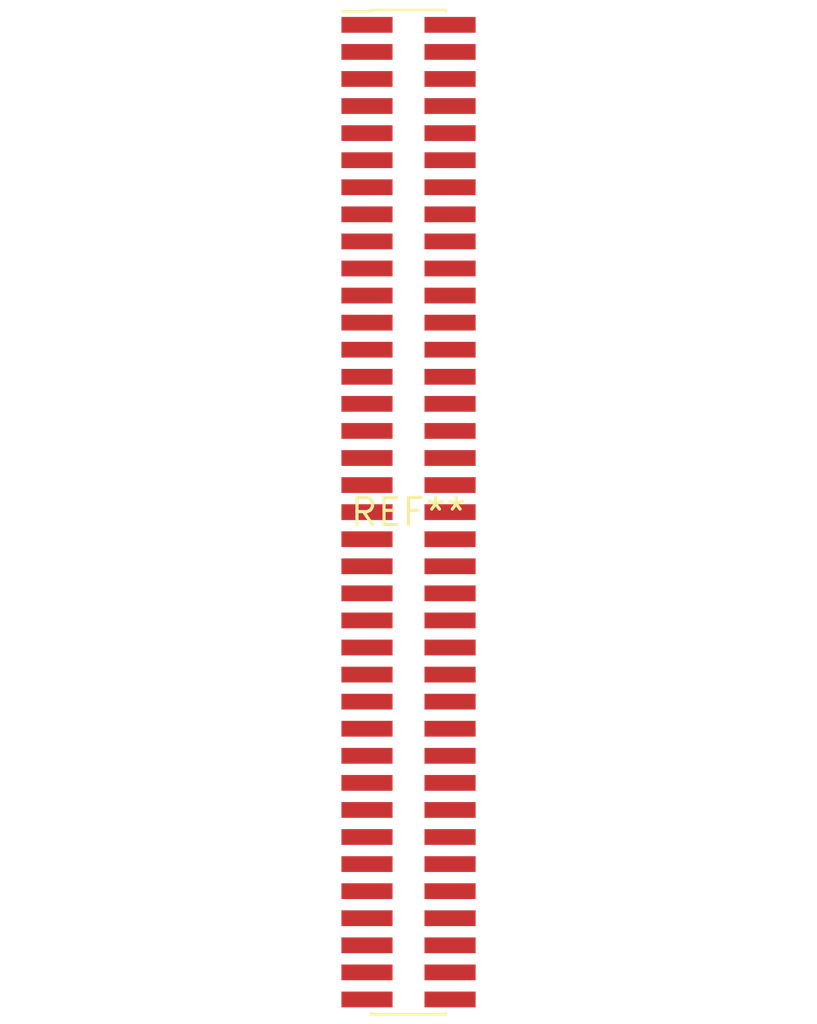
<source format=kicad_pcb>
(kicad_pcb (version 20240108) (generator pcbnew)
  (layers (0 "F.Cu" signal) (31 "B.Cu" signal) (34 "B.Paste" user) (35 "F.Paste" user) (36 "B.SilkS" user "B.Silkscreen") (37 "F.SilkS" user "F.Silkscreen") (38 "B.Mask" user) (39 "F.Mask" user) (44 "Edge.Cuts" user))
  (net 0 "")
  (footprint "PinHeader_2x37_P1.27mm_Vertical_SMD" (layer "F.Cu") (at 0 0)
    (property "Reference" "REF**")
    (property "Value" "PinHeader_2x37_P1.27mm_Vertical_SMD")
    (fp_line (start -3.09 -23.49) (end -1.765 -23.49) (layer "F.SilkS") (stroke (width 0.12)))
    (fp_line (start -1.765 -23.555) (end -1.765 -23.49) (layer "F.SilkS") (stroke (width 0.12)))
    (fp_line (start -1.765 -23.555) (end 1.765 -23.555) (layer "F.SilkS") (stroke (width 0.12)))
    (fp_line (start -1.765 23.49) (end -1.765 23.555) (layer "F.SilkS") (stroke (width 0.12)))
    (fp_line (start -1.765 23.555) (end 1.765 23.555) (layer "F.SilkS") (stroke (width 0.12)))
    (fp_line (start 1.765 -23.555) (end 1.765 -23.49) (layer "F.SilkS") (stroke (width 0.12)))
    (fp_line (start 1.765 23.49) (end 1.765 23.555) (layer "F.SilkS") (stroke (width 0.12)))
    (pad "1" smd rect (at -1.95 -22.86) (size 2.4 0.74) (layers "F.Cu" "F.Paste" "F.Mask"))
    (pad "2" smd rect (at 1.95 -22.86) (size 2.4 0.74) (layers "F.Cu" "F.Paste" "F.Mask"))
    (pad "3" smd rect (at -1.95 -21.59) (size 2.4 0.74) (layers "F.Cu" "F.Paste" "F.Mask"))
    (pad "4" smd rect (at 1.95 -21.59) (size 2.4 0.74) (layers "F.Cu" "F.Paste" "F.Mask"))
    (pad "5" smd rect (at -1.95 -20.32) (size 2.4 0.74) (layers "F.Cu" "F.Paste" "F.Mask"))
    (pad "6" smd rect (at 1.95 -20.32) (size 2.4 0.74) (layers "F.Cu" "F.Paste" "F.Mask"))
    (pad "7" smd rect (at -1.95 -19.05) (size 2.4 0.74) (layers "F.Cu" "F.Paste" "F.Mask"))
    (pad "8" smd rect (at 1.95 -19.05) (size 2.4 0.74) (layers "F.Cu" "F.Paste" "F.Mask"))
    (pad "9" smd rect (at -1.95 -17.78) (size 2.4 0.74) (layers "F.Cu" "F.Paste" "F.Mask"))
    (pad "10" smd rect (at 1.95 -17.78) (size 2.4 0.74) (layers "F.Cu" "F.Paste" "F.Mask"))
    (pad "11" smd rect (at -1.95 -16.51) (size 2.4 0.74) (layers "F.Cu" "F.Paste" "F.Mask"))
    (pad "12" smd rect (at 1.95 -16.51) (size 2.4 0.74) (layers "F.Cu" "F.Paste" "F.Mask"))
    (pad "13" smd rect (at -1.95 -15.24) (size 2.4 0.74) (layers "F.Cu" "F.Paste" "F.Mask"))
    (pad "14" smd rect (at 1.95 -15.24) (size 2.4 0.74) (layers "F.Cu" "F.Paste" "F.Mask"))
    (pad "15" smd rect (at -1.95 -13.97) (size 2.4 0.74) (layers "F.Cu" "F.Paste" "F.Mask"))
    (pad "16" smd rect (at 1.95 -13.97) (size 2.4 0.74) (layers "F.Cu" "F.Paste" "F.Mask"))
    (pad "17" smd rect (at -1.95 -12.7) (size 2.4 0.74) (layers "F.Cu" "F.Paste" "F.Mask"))
    (pad "18" smd rect (at 1.95 -12.7) (size 2.4 0.74) (layers "F.Cu" "F.Paste" "F.Mask"))
    (pad "19" smd rect (at -1.95 -11.43) (size 2.4 0.74) (layers "F.Cu" "F.Paste" "F.Mask"))
    (pad "20" smd rect (at 1.95 -11.43) (size 2.4 0.74) (layers "F.Cu" "F.Paste" "F.Mask"))
    (pad "21" smd rect (at -1.95 -10.16) (size 2.4 0.74) (layers "F.Cu" "F.Paste" "F.Mask"))
    (pad "22" smd rect (at 1.95 -10.16) (size 2.4 0.74) (layers "F.Cu" "F.Paste" "F.Mask"))
    (pad "23" smd rect (at -1.95 -8.89) (size 2.4 0.74) (layers "F.Cu" "F.Paste" "F.Mask"))
    (pad "24" smd rect (at 1.95 -8.89) (size 2.4 0.74) (layers "F.Cu" "F.Paste" "F.Mask"))
    (pad "25" smd rect (at -1.95 -7.62) (size 2.4 0.74) (layers "F.Cu" "F.Paste" "F.Mask"))
    (pad "26" smd rect (at 1.95 -7.62) (size 2.4 0.74) (layers "F.Cu" "F.Paste" "F.Mask"))
    (pad "27" smd rect (at -1.95 -6.35) (size 2.4 0.74) (layers "F.Cu" "F.Paste" "F.Mask"))
    (pad "28" smd rect (at 1.95 -6.35) (size 2.4 0.74) (layers "F.Cu" "F.Paste" "F.Mask"))
    (pad "29" smd rect (at -1.95 -5.08) (size 2.4 0.74) (layers "F.Cu" "F.Paste" "F.Mask"))
    (pad "30" smd rect (at 1.95 -5.08) (size 2.4 0.74) (layers "F.Cu" "F.Paste" "F.Mask"))
    (pad "31" smd rect (at -1.95 -3.81) (size 2.4 0.74) (layers "F.Cu" "F.Paste" "F.Mask"))
    (pad "32" smd rect (at 1.95 -3.81) (size 2.4 0.74) (layers "F.Cu" "F.Paste" "F.Mask"))
    (pad "33" smd rect (at -1.95 -2.54) (size 2.4 0.74) (layers "F.Cu" "F.Paste" "F.Mask"))
    (pad "34" smd rect (at 1.95 -2.54) (size 2.4 0.74) (layers "F.Cu" "F.Paste" "F.Mask"))
    (pad "35" smd rect (at -1.95 -1.27) (size 2.4 0.74) (layers "F.Cu" "F.Paste" "F.Mask"))
    (pad "36" smd rect (at 1.95 -1.27) (size 2.4 0.74) (layers "F.Cu" "F.Paste" "F.Mask"))
    (pad "37" smd rect (at -1.95 0) (size 2.4 0.74) (layers "F.Cu" "F.Paste" "F.Mask"))
    (pad "38" smd rect (at 1.95 0) (size 2.4 0.74) (layers "F.Cu" "F.Paste" "F.Mask"))
    (pad "39" smd rect (at -1.95 1.27) (size 2.4 0.74) (layers "F.Cu" "F.Paste" "F.Mask"))
    (pad "40" smd rect (at 1.95 1.27) (size 2.4 0.74) (layers "F.Cu" "F.Paste" "F.Mask"))
    (pad "41" smd rect (at -1.95 2.54) (size 2.4 0.74) (layers "F.Cu" "F.Paste" "F.Mask"))
    (pad "42" smd rect (at 1.95 2.54) (size 2.4 0.74) (layers "F.Cu" "F.Paste" "F.Mask"))
    (pad "43" smd rect (at -1.95 3.81) (size 2.4 0.74) (layers "F.Cu" "F.Paste" "F.Mask"))
    (pad "44" smd rect (at 1.95 3.81) (size 2.4 0.74) (layers "F.Cu" "F.Paste" "F.Mask"))
    (pad "45" smd rect (at -1.95 5.08) (size 2.4 0.74) (layers "F.Cu" "F.Paste" "F.Mask"))
    (pad "46" smd rect (at 1.95 5.08) (size 2.4 0.74) (layers "F.Cu" "F.Paste" "F.Mask"))
    (pad "47" smd rect (at -1.95 6.35) (size 2.4 0.74) (layers "F.Cu" "F.Paste" "F.Mask"))
    (pad "48" smd rect (at 1.95 6.35) (size 2.4 0.74) (layers "F.Cu" "F.Paste" "F.Mask"))
    (pad "49" smd rect (at -1.95 7.62) (size 2.4 0.74) (layers "F.Cu" "F.Paste" "F.Mask"))
    (pad "50" smd rect (at 1.95 7.62) (size 2.4 0.74) (layers "F.Cu" "F.Paste" "F.Mask"))
    (pad "51" smd rect (at -1.95 8.89) (size 2.4 0.74) (layers "F.Cu" "F.Paste" "F.Mask"))
    (pad "52" smd rect (at 1.95 8.89) (size 2.4 0.74) (layers "F.Cu" "F.Paste" "F.Mask"))
    (pad "53" smd rect (at -1.95 10.16) (size 2.4 0.74) (layers "F.Cu" "F.Paste" "F.Mask"))
    (pad "54" smd rect (at 1.95 10.16) (size 2.4 0.74) (layers "F.Cu" "F.Paste" "F.Mask"))
    (pad "55" smd rect (at -1.95 11.43) (size 2.4 0.74) (layers "F.Cu" "F.Paste" "F.Mask"))
    (pad "56" smd rect (at 1.95 11.43) (size 2.4 0.74) (layers "F.Cu" "F.Paste" "F.Mask"))
    (pad "57" smd rect (at -1.95 12.7) (size 2.4 0.74) (layers "F.Cu" "F.Paste" "F.Mask"))
    (pad "58" smd rect (at 1.95 12.7) (size 2.4 0.74) (layers "F.Cu" "F.Paste" "F.Mask"))
    (pad "59" smd rect (at -1.95 13.97) (size 2.4 0.74) (layers "F.Cu" "F.Paste" "F.Mask"))
    (pad "60" smd rect (at 1.95 13.97) (size 2.4 0.74) (layers "F.Cu" "F.Paste" "F.Mask"))
    (pad "61" smd rect (at -1.95 15.24) (size 2.4 0.74) (layers "F.Cu" "F.Paste" "F.Mask"))
    (pad "62" smd rect (at 1.95 15.24) (size 2.4 0.74) (layers "F.Cu" "F.Paste" "F.Mask"))
    (pad "63" smd rect (at -1.95 16.51) (size 2.4 0.74) (layers "F.Cu" "F.Paste" "F.Mask"))
    (pad "64" smd rect (at 1.95 16.51) (size 2.4 0.74) (layers "F.Cu" "F.Paste" "F.Mask"))
    (pad "65" smd rect (at -1.95 17.78) (size 2.4 0.74) (layers "F.Cu" "F.Paste" "F.Mask"))
    (pad "66" smd rect (at 1.95 17.78) (size 2.4 0.74) (layers "F.Cu" "F.Paste" "F.Mask"))
    (pad "67" smd rect (at -1.95 19.05) (size 2.4 0.74) (layers "F.Cu" "F.Paste" "F.Mask"))
    (pad "68" smd rect (at 1.95 19.05) (size 2.4 0.74) (layers "F.Cu" "F.Paste" "F.Mask"))
    (pad "69" smd rect (at -1.95 20.32) (size 2.4 0.74) (layers "F.Cu" "F.Paste" "F.Mask"))
    (pad "70" smd rect (at 1.95 20.32) (size 2.4 0.74) (layers "F.Cu" "F.Paste" "F.Mask"))
    (pad "71" smd rect (at -1.95 21.59) (size 2.4 0.74) (layers "F.Cu" "F.Paste" "F.Mask"))
    (pad "72" smd rect (at 1.95 21.59) (size 2.4 0.74) (layers "F.Cu" "F.Paste" "F.Mask"))
    (pad "73" smd rect (at -1.95 22.86) (size 2.4 0.74) (layers "F.Cu" "F.Paste" "F.Mask"))
    (pad "74" smd rect (at 1.95 22.86) (size 2.4 0.74) (layers "F.Cu" "F.Paste" "F.Mask"))
  )
)
</source>
